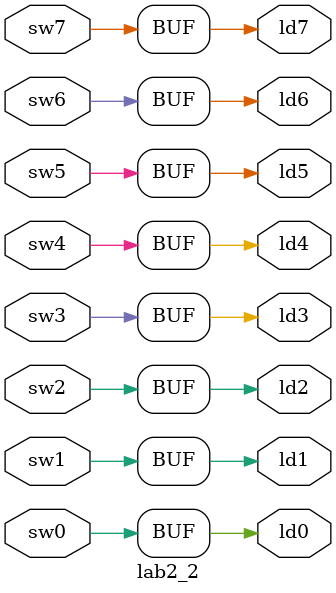
<source format=v>
`timescale 1ns / 1ps
module lab2_2(
	input sw0, sw1, sw2, sw3, sw4, sw5, sw6, sw7,
	output ld0, ld1, ld2, ld3, ld4, ld5, ld6, ld7
    );
assign ld0 = sw0;
assign ld1 = sw1;
assign ld2 = sw2;
assign ld3 = sw3;
assign ld4 = sw4;
assign ld5 = sw5;
assign ld6 = sw6;
assign ld7 = sw7;


endmodule

</source>
